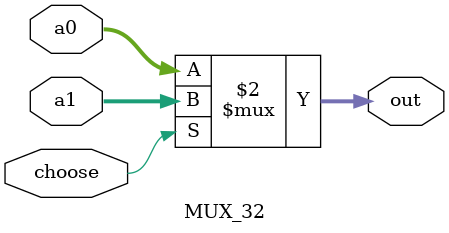
<source format=v>
`timescale 1ns / 1ps


module MUX_32(
    input   [31:0]a0,
    input   [31:0]a1,
    input   choose,
    output  [31:0]out
    );

    assign out = (choose==1'b0) ? a0 : a1;
endmodule

</source>
